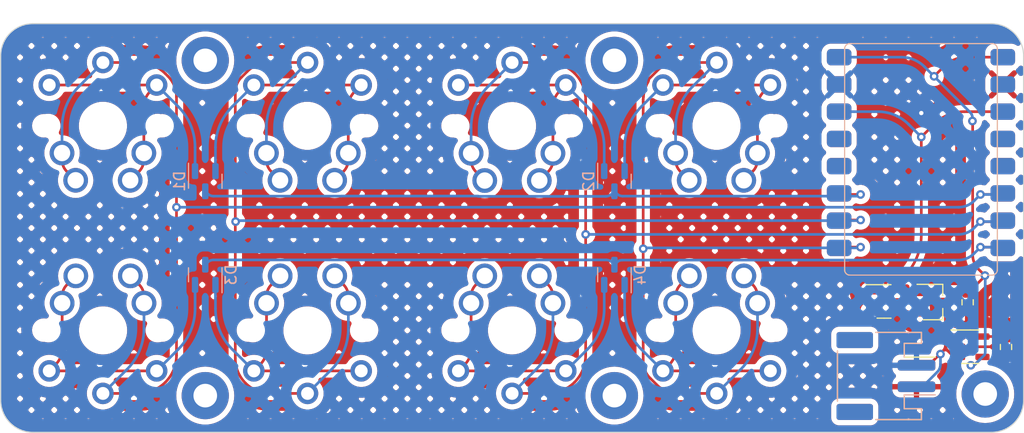
<source format=kicad_pcb>
(kicad_pcb (version 20221018) (generator pcbnew)
  (layers (0 "F.Cu" signal) (31 "B.Cu" signal) (34 "B.Paste" user) (35 "F.Paste" user) (36 "B.SilkS" user "B.Silkscreen") (37 "F.SilkS" user "F.Silkscreen") (38 "B.Mask" user) (39 "F.Mask" user) (44 "Edge.Cuts" user))
  (net 0 "")
  (net 1 "GND")
  (net 2 "+3.3V")
  (net 10 "Net-(D1-A-Pad1)")
  (net 11 "Net-(D1-A-Pad2)")
  (net 12 "Net-(D2-A-Pad1)")
  (net 13 "Net-(D2-A-Pad2)")
  (net 14 "Net-(D3-A-Pad1)")
  (net 15 "Net-(D3-A-Pad2)")
  (net 16 "Net-(D4-A-Pad1)")
  (net 17 "Net-(D4-A-Pad2)")
  (net 18 "c1")
  (net 19 "c2")
  (net 20 "c3")
  (net 21 "c4")
  (net 22 "r1")
  (net 23 "r2")
  (net 31 "+BATT")
  (net 33 "+5V")
  (net 34 "Net-(U3-PROG)")
  (net 35 "Net-(Q1-S)")
  (footprint "PCM_marbastlib-xp-choc:SW_choc_Reversible_1u" (layer "F.Cu") (at 72.625 53.575)
    (fp_text reference "SW7" hide)
    (fp_text value "SW_Push" hide)
  )
  (footprint "PCM_marbastlib-xp-mx:SW_MX_Reversible_1u" (layer "F.Cu") (at 34.525 34.525 180)
    (fp_text reference "SW9" hide)
    (fp_text value "SW_Push" hide)
  )
  (footprint "Package_TO_SOT_SMD:SOT-23-5" (layer "F.Cu") (at 115.288576 55.123392)
    (fp_text reference "U3" hide)
    (fp_text value "MCP73831T-2ACI/OT" hide)
  )
  (footprint "MountingHole:MountingHole_2.2mm_M2_Pad" (layer "F.Cu") (at 116.681152 59.5312)
    (fp_text reference "REF**" hide)
    (fp_text value "MountingHole_2.2mm_M2_Pad" hide)
  )
  (footprint "PCM_marbastlib-xp-mx:SW_MX_Reversible_1u" (layer "F.Cu") (at 53.558232 34.528096 180)
    (fp_text reference "SW10" hide)
    (fp_text value "SW_Push" hide)
  )
  (footprint "PCM_marbastlib-xp-mx:SW_MX_Reversible_1u" (layer "F.Cu") (at 34.53802 53.597928)
    (fp_text reference "SW13" hide)
    (fp_text value "SW_Push" hide)
  )
  (footprint "PCM_marbastlib-xp-choc:SW_choc_Reversible_1u" (layer "F.Cu") (at 91.675 53.575)
    (fp_text reference "SW8" hide)
    (fp_text value "SW_Push" hide)
  )
  (footprint "PCM_marbastlib-xp-mx:SW_MX_Reversible_1u" (layer "F.Cu") (at 91.6582 34.528096 180)
    (fp_text reference "SW12" hide)
    (fp_text value "SW_Push" hide)
  )
  (footprint "Connector_JST:JST_PH_S2B-PH-SM4-TB_1x02-1MP_P2.00mm_Horizontal" (layer "F.Cu") (at 107.431548 57.852296 -90)
    (fp_text reference "BT1" hide)
    (fp_text value "S2B-ZR-SM4A-TF" hide)
  )
  (footprint "PCM_marbastlib-xp-mx:SW_MX_Reversible_1u" (layer "F.Cu") (at 53.568156 53.597928)
    (fp_text reference "SW14" hide)
    (fp_text value "SW_Push" hide)
  )
  (footprint "PCM_marbastlib-xp-choc:SW_choc_Reversible_1u" (layer "F.Cu") (at 72.625 34.525 180)
    (fp_text reference "SW3" hide)
    (fp_text value "SW_Push" hide)
  )
  (footprint "PCM_marbastlib-xp-choc:SW_choc_Reversible_1u" (layer "F.Cu") (at 34.525 34.525 180)
    (fp_text reference "SW1" hide)
    (fp_text value "SW_Push" hide)
  )
  (footprint "PCM_marbastlib-xp-mx:SW_MX_Reversible_1u" (layer "F.Cu") (at 72.61814 53.597928)
    (fp_text reference "SW15" hide)
    (fp_text value "SW_Push" hide)
  )
  (footprint "PCM_marbastlib-xp-mx:SW_MX_Reversible_1u" (layer "F.Cu") (at 91.668124 53.597928)
    (fp_text reference "SW16" hide)
    (fp_text value "SW_Push" hide)
  )
  (footprint "Resistor_SMD:R_0603_1608Metric" (layer "F.Cu") (at 115.044044 50.980036 90)
    (fp_text reference "R2" hide)
    (fp_text value "100K" hide)
  )
  (footprint "Resistor_SMD:R_0603_1608Metric" (layer "F.Cu") (at 118.615916 55.14722 90)
    (fp_text reference "R1" hide)
    (fp_text value "2K" hide)
  )
  (footprint "PCM_marbastlib-xp-mx:SW_MX_Reversible_1u" (layer "F.Cu") (at 72.61814 34.547944 180)
    (fp_text reference "SW11" hide)
    (fp_text value "SW_Push" hide)
  )
  (footprint "Package_TO_SOT_SMD:SOT-23" (layer "F.Cu") (at 107.260456 50.899176)
    (fp_text reference "U4" hide)
    (fp_text value "AP2127N-3.3" hide)
  )
  (footprint "PCM_marbastlib-xp-choc:SW_choc_Reversible_1u" (layer "F.Cu") (at 53.575 34.525 180)
    (fp_text reference "SW2" hide)
    (fp_text value "SW_Push" hide)
  )
  (footprint "PCM_marbastlib-xp-choc:SW_choc_Reversible_1u" (layer "F.Cu") (at 91.675 34.525 180)
    (fp_text reference "SW4" hide)
    (fp_text value "SW_Push" hide)
  )
  (footprint "MountingHole:MountingHole_2.2mm_M2_Pad" (layer "F.Cu") (at 82.153056 28.426148)
    (fp_text reference "REF**" hide)
    (fp_text value "MountingHole_2.2mm_M2_Pad" hide)
  )
  (footprint "MountingHole:MountingHole_2.2mm_M2_Pad" (layer "F.Cu") (at 44.053088 28.426148)
    (fp_text reference "REF**" hide)
    (fp_text value "MountingHole_2.2mm_M2_Pad" hide)
  )
  (footprint "PCM_marbastlib-xp-choc:SW_choc_Reversible_1u" (layer "F.Cu") (at 53.575 53.575)
    (fp_text reference "SW6" hide)
    (fp_text value "SW_Push" hide)
  )
  (footprint "MountingHole:MountingHole_2.2mm_M2_Pad" (layer "F.Cu") (at 82.153056 59.680028)
    (fp_text reference "REF**" hide)
    (fp_text value "MountingHole_2.2mm_M2_Pad" hide)
  )
  (footprint "custom:esp32-c3 superMini" (layer "F.Cu") (at 110.69826 23.048492)
    (fp_text reference "U1" hide)
    (fp_text value "~" hide)
  )
  (footprint "PCM_marbastlib-xp-choc:SW_choc_Reversible_1u" (layer "F.Cu") (at 34.525 53.575)
    (fp_text reference "SW5" hide)
    (fp_text value "SW_Push" hide)
  )
  (footprint "MountingHole:MountingHole_2.2mm_M2_Pad" (layer "F.Cu") (at 44.053088 59.680028)
    (fp_text reference "REF**" hide)
    (fp_text value "MountingHole_2.2mm_M2_Pad" hide)
  )
  (footprint "Package_TO_SOT_SMD:SC-59" (layer "F.Cu") (at 111.779204 50.956208)
    (fp_text reference "Q1" hide)
    (fp_text value "DMG3415U-7" hide)
  )
  (footprint "Package_TO_SOT_SMD:SOT-23" (layer "B.Cu") (at 82.153056 48.413632 90)
    (fp_text reference "D4")
    (fp_text value "BAV70")
  )
  (footprint "Package_TO_SOT_SMD:SOT-23" (layer "B.Cu") (at 44.053088 48.413632 90)
    (fp_text reference "D3")
    (fp_text value "BAV70")
  )
  (footprint "Package_TO_SOT_SMD:SOT-23" (layer "B.Cu") (at 82.153056 39.692544 -90)
    (fp_text reference "D2")
    (fp_text value "BAV70")
  )
  (footprint "Package_TO_SOT_SMD:SOT-23" (layer "B.Cu") (at 44.053088 39.692544 -90)
    (fp_text reference "D1")
    (fp_text value "BAV70")
  )
  (footprint "Connector_JST:JST_PH_S2B-PH-SM4-TB_1x02-1MP_P2.00mm_Horizontal" (layer "B.Cu") (at 107.431548 57.852296 90)
    (fp_text reference "BT2" hide)
    (fp_text value "S2B-ZR-SM4A-TF" hide)
  )
  (footprint "custom:esp32-c3 superMini" (layer "B.Cu") (at 110.69826 23.048492 180)
    (fp_text reference "U2" hide)
    (fp_text value "~" hide)
  )
  (gr_arc (start 25.003104 28.003104) (mid 25.881782 25.881782) (end 28.003104 25.003104) (stroke (width 0.1)) (layer "Edge.Cuts"))
  (gr_arc (start 117.253024 25.003104) (mid 119.374344 25.881784) (end 120.253024 28.003104) (stroke (width 0.1)) (layer "Edge.Cuts"))
  (gr_arc (start 28.003104 63.103072) (mid 25.881787 62.22439) (end 25.003104 60.103072) (stroke (width 0.1)) (layer "Edge.Cuts"))
  (gr_line (start 117.253024 63.103072) (end 28.003104 63.103072) (stroke (width 0.1)) (layer "Edge.Cuts"))
  (gr_arc (start 120.253024 60.103072) (mid 119.374344 62.224392) (end 117.253024 63.103072) (stroke (width 0.1)) (layer "Edge.Cuts"))
  (gr_line (start 120.253024 28.003104) (end 120.253024 60.103072) (stroke (width 0.1)) (layer "Edge.Cuts"))
  (gr_line (start 28.003104 25.003104) (end 117.253024 25.003104) (stroke (width 0.1)) (layer "Edge.Cuts"))
  (gr_line (start 25.003104 60.103072) (end 25.003104 28.003104) (stroke (width 0.1)) (layer "Edge.Cuts"))
  (segment (start 118.191502 55.547806) (end 118.615916 55.97222) (width 0.25) (layer "F.Cu") (net 1))
  (segment (start 114.247138 55.123392) (end 114.343201 55.123392) (width 0.25) (layer "F.Cu") (net 1))
  (segment (start 115.044044 51.738191) (end 115.044044 51.649762) (width 0.25) (layer "F.Cu") (net 1))
  (segment (start 111.493985 58.852296) (end 110.281548 58.852296) (width 0.25) (layer "F.Cu") (net 1))
  (segment (start 117.166875 55.123392) (end 114.247138 55.123392) (width 0.25) (layer "F.Cu") (net 1))
  (via (at 110.728032 33.337472) (size 0.8) (drill 0.4) (layers "F.Cu" "B.Cu") (net 1))
  (arc (start 114.343201 55.123392) (mid 114.520702 55.158699) (end 114.67118 55.259245) (width 0.25) (layer "F.Cu") (net 1))
  (arc (start 115.044044 51.738191) (mid 115.056328 51.799947) (end 115.09131 51.852302) (width 0.25) (layer "F.Cu") (net 1))
  (arc (start 117.166875 55.123392) (mid 117.721399 55.233693) (end 118.191502 55.547806) (width 0.25) (layer "F.Cu") (net 1))
  (arc (start 114.247138 55.123392) (mid 114.247138 55.123392) (end 114.247138 55.123392) (width 0.25) (layer "F.Cu") (net 1))
  (arc (start 115.09131 51.852302) (mid 115.126291 51.904656) (end 115.138576 51.966412) (width 0.25) (layer "F.Cu") (net 1))
  (segment (start 110.728032 44.705885) (end 110.728032 35.569892) (width 0.25) (layer "F.Cu") (net 2))
  (segment (start 106.322956 51.60705) (end 106.322956 51.849176) (width 0.25) (layer "F.Cu") (net 2))
  (segment (start 109.134239 48.553641) (end 106.494164 51.193716) (width 0.25) (layer "F.Cu") (net 2))
  (segment (start 111.908732 34.389192) (end 110.728032 35.569892) (width 0.25) (layer "F.Cu") (net 2))
  (segment (start 114.759193 33.208492) (end 118.31826 33.208492) (width 0.25) (layer "F.Cu") (net 2))
  (via (at 110.728032 35.569892) (size 0.8) (drill 0.4) (layers "F.Cu" "B.Cu") (net 2))
  (arc (start 109.134239 48.553641) (mid 110.313818 46.788275) (end 110.728032 44.705885) (width 0.25) (layer "F.Cu") (net 2))
  (arc (start 111.908732 34.389192) (mid 113.216534 33.515345) (end 114.759193 33.208492) (width 0.25) (layer "F.Cu") (net 2))
  (arc (start 106.322956 51.60705) (mid 106.367451 51.383355) (end 106.494164 51.193716) (width 0.25) (layer "F.Cu") (net 2))
  (segment (start 109.547332 34.389192) (end 110.728032 35.569892) (width 0.25) (layer "B.Cu") (net 2))
  (segment (start 106.69687 33.208492) (end 103.07826 33.208492) (width 0.25) (layer "B.Cu") (net 2))
  (arc (start 106.69687 33.208492) (mid 108.239528 33.515345) (end 109.547332 34.389192) (width 0.25) (layer "B.Cu") (net 2))
  (segment (start 39.104271 30.725) (end 29.525 30.725) (width 0.25) (layer "F.Cu") (net 10))
  (segment (start 38.93 31.32) (end 39.2275 31.0225) (width 0.25) (layer "F.Cu") (net 10))
  (segment (start 38.335 37.54125) (end 38.335 37.7) (width 0.25) (layer "F.Cu") (net 10))
  (segment (start 38.335 37.22375) (end 38.335 37.54125) (width 0.25) (layer "F.Cu") (net 10))
  (segment (start 38.335 36.43) (end 38.335 37.065) (width 0.25) (layer "F.Cu") (net 10))
  (segment (start 37.885987 38.784012) (end 37.065 39.605) (width 0.25) (layer "F.Cu") (net 10))
  (segment (start 38.335 36.43) (end 38.335 32.756457) (width 0.25) (layer "F.Cu") (net 10))
  (segment (start 38.335 37.22375) (end 38.335 37.065) (width 0.25) (layer "F.Cu") (net 10))
  (arc (start 38.93 31.32) (mid 38.489635 31.979052) (end 38.335 32.756457) (width 0.25) (layer "F.Cu") (net 10))
  (arc (start 37.885987 38.784012) (mid 38.218305 38.286663) (end 38.335 37.7) (width 0.25) (layer "F.Cu") (net 10))
  (arc (start 39.2275 31.0225) (mid 39.265277 30.83258) (end 39.104271 30.725) (width 0.25) (layer "F.Cu") (net 10))
  (segment (start 43.103088 36.529066) (end 43.103088 38.755044) (width 0.25) (layer "B.Cu") (net 10))
  (segment (start 41.529083 32.729083) (end 39.525 30.725) (width 0.25) (layer "B.Cu") (net 10))
  (arc (start 41.529083 32.729083) (mid 42.694017 34.47253) (end 43.103088 36.529066) (width 0.25) (layer "B.Cu") (net 10))
  (segment (start 56.919219 38.787108) (end 56.098232 39.608096) (width 0.25) (layer "F.Cu") (net 11))
  (segment (start 57.721686 30.725) (end 48.575 30.725) (width 0.25) (layer "F.Cu") (net 11))
  (segment (start 57.368232 37.544346) (end 57.368232 37.703096) (width 0.25) (layer "F.Cu") (net 11))
  (segment (start 57.368232 37.226846) (end 57.368232 37.544346) (width 0.25) (layer "F.Cu") (net 11))
  (segment (start 57.368232 36.433096) (end 57.368232 37.068096) (width 0.25) (layer "F.Cu") (net 11))
  (segment (start 57.368232 36.433096) (end 57.368232 32.785081) (width 0.25) (layer "F.Cu") (net 11))
  (segment (start 57.368232 37.226846) (end 57.368232 37.068096) (width 0.25) (layer "F.Cu") (net 11))
  (arc (start 57.368232 32.785081) (mid 57.525046 31.996722) (end 57.971616 31.328384) (width 0.25) (layer "F.Cu") (net 11))
  (arc (start 57.721686 30.725) (mid 58.048235 30.943193) (end 57.971616 31.328384) (width 0.25) (layer "F.Cu") (net 11))
  (arc (start 56.919219 38.787108) (mid 57.251537 38.289759) (end 57.368232 37.703096) (width 0.25) (layer "F.Cu") (net 11))
  (segment (start 45.003088 36.525978) (end 45.003088 38.755044) (width 0.25) (layer "B.Cu") (net 11))
  (segment (start 46.579275 32.720724) (end 48.575 30.725) (width 0.25) (layer "B.Cu") (net 11))
  (arc (start 46.579275 32.720724) (mid 45.412725 34.466589) (end 45.003088 36.525978) (width 0.25) (layer "B.Cu") (net 11))
  (segment (start 76.778692 30.725) (end 67.625 30.725) (width 0.25) (layer "F.Cu") (net 12))
  (segment (start 76.42814 37.564194) (end 76.42814 37.722944) (width 0.25) (layer "F.Cu") (net 12))
  (segment (start 76.42814 37.246694) (end 76.42814 37.564194) (width 0.25) (layer "F.Cu") (net 12))
  (segment (start 76.42814 37.246694) (end 76.42814 37.087944) (width 0.25) (layer "F.Cu") (net 12))
  (segment (start 76.42814 36.452944) (end 76.42814 37.087944) (width 0.25) (layer "F.Cu") (net 12))
  (segment (start 75.979127 38.806956) (end 75.15814 39.627944) (width 0.25) (layer "F.Cu") (net 12))
  (segment (start 76.42814 36.452944) (end 76.42814 32.768167) (width 0.25) (layer "F.Cu") (net 12))
  (arc (start 77.02657 31.32343) (mid 77.10256 30.941401) (end 76.778692 30.725) (width 0.25) (layer "F.Cu") (net 12))
  (arc (start 76.42814 32.768167) (mid 76.583666 31.986281) (end 77.02657 31.32343) (width 0.25) (layer "F.Cu") (net 12))
  (arc (start 75.979127 38.806956) (mid 76.311445 38.309607) (end 76.42814 37.722944) (width 0.25) (layer "F.Cu") (net 12))
  (segment (start 81.203056 36.52905) (end 81.203056 38.755044) (width 0.25) (layer "B.Cu") (net 12))
  (segment (start 79.62904 32.72904) (end 77.625 30.725) (width 0.25) (layer "B.Cu") (net 12))
  (arc (start 81.203056 36.52905) (mid 80.793982 34.472499) (end 79.62904 32.72904) (width 0.25) (layer "B.Cu") (net 12))
  (segment (start 95.4682 37.703096) (end 95.4682 37.385596) (width 0.25) (layer "F.Cu") (net 13))
  (segment (start 95.4682 35.163096) (end 95.4682 36.433096) (width 0.25) (layer "F.Cu") (net 13))
  (segment (start 95.4682 36.433096) (end 95.4682 36.750596) (width 0.25) (layer "F.Cu") (net 13))
  (segment (start 95.821663 30.725) (end 86.675 30.725) (width 0.25) (layer "F.Cu") (net 13))
  (segment (start 95.4682 36.750596) (end 95.4682 37.385596) (width 0.25) (layer "F.Cu") (net 13))
  (segment (start 95.4682 32.785136) (end 95.4682 35.163096) (width 0.25) (layer "F.Cu") (net 13))
  (segment (start 95.019187 38.787108) (end 94.1982 39.608096) (width 0.25) (layer "F.Cu") (net 13))
  (arc (start 95.821663 30.725) (mid 96.148221 30.943198) (end 96.0716 31.3284) (width 0.25) (layer "F.Cu") (net 13))
  (arc (start 95.4682 32.785136) (mid 95.625018 31.996756) (end 96.0716 31.3284) (width 0.25) (layer "F.Cu") (net 13))
  (arc (start 95.019187 38.787108) (mid 95.351505 38.289759) (end 95.4682 37.703096) (width 0.25) (layer "F.Cu") (net 13))
  (segment (start 84.679232 32.720767) (end 86.675 30.725) (width 0.25) (layer "B.Cu") (net 13))
  (segment (start 83.103056 36.525994) (end 83.103056 38.755044) (width 0.25) (layer "B.Cu") (net 13))
  (arc (start 83.103056 36.525994) (mid 83.51269 34.46662) (end 84.679232 32.720767) (width 0.25) (layer "B.Cu") (net 13))
  (segment (start 49.758156 51.057928) (end 49.758156 50.899178) (width 0.25) (layer "F.Cu") (net 14))
  (segment (start 49.758156 50.581678) (end 49.758156 50.422928) (width 0.25) (layer "F.Cu") (net 14))
  (segment (start 49.758156 50.581678) (end 49.758156 50.899178) (width 0.25) (layer "F.Cu") (net 14))
  (segment (start 50.207168 49.338915) (end 51.028156 48.517928) (width 0.25) (layer "F.Cu") (net 14))
  (segment (start 49.758156 51.057928) (end 49.758156 51.692928) (width 0.25) (layer "F.Cu") (net 14))
  (segment (start 49.758156 51.692928) (end 49.758156 55.355226) (width 0.25) (layer "F.Cu") (net 14))
  (segment (start 49.411617 57.375) (end 58.575 57.375) (width 0.25) (layer "F.Cu") (net 14))
  (arc (start 49.411617 57.375) (mid 49.091457 57.161076) (end 49.166578 56.783422) (width 0.25) (layer "F.Cu") (net 14))
  (arc (start 50.207168 49.338915) (mid 49.87485 49.836264) (end 49.758156 50.422928) (width 0.25) (layer "F.Cu") (net 14))
  (arc (start 49.166578 56.783422) (mid 49.604409 56.12816) (end 49.758156 55.355226) (width 0.25) (layer "F.Cu") (net 14))
  (segment (start 46.577092 55.377092) (end 48.575 57.375) (width 0.25) (layer "B.Cu") (net 14))
  (segment (start 45.003088 51.57711) (end 45.003088 49.351132) (width 0.25) (layer "B.Cu") (net 14))
  (arc (start 46.577092 55.377092) (mid 45.412158 53.633645) (end 45.003088 51.57711) (width 0.25) (layer "B.Cu") (net 14))
  (segment (start 30.375663 57.375) (end 39.525 57.375) (width 0.25) (layer "F.Cu") (net 15))
  (segment (start 30.72802 51.057928) (end 30.72802 51.692928) (width 0.25) (layer "F.Cu") (net 15))
  (segment (start 30.72802 50.422928) (end 30.72802 50.581678) (width 0.25) (layer "F.Cu") (net 15))
  (segment (start 30.72802 55.321316) (end 30.72802 51.692928) (width 0.25) (layer "F.Cu") (net 15))
  (segment (start 30.72802 50.581678) (end 30.72802 50.899178) (width 0.25) (layer "F.Cu") (net 15))
  (segment (start 31.177032 49.338915) (end 31.99802 48.517928) (width 0.25) (layer "F.Cu") (net 15))
  (segment (start 30.72802 51.057928) (end 30.72802 50.899178) (width 0.25) (layer "F.Cu") (net 15))
  (arc (start 30.12651 56.77349) (mid 30.050128 57.157484) (end 30.375663 57.375) (width 0.25) (layer "F.Cu") (net 15))
  (arc (start 30.72802 50.422928) (mid 30.844714 49.836264) (end 31.177032 49.338915) (width 0.25) (layer "F.Cu") (net 15))
  (arc (start 30.12651 56.77349) (mid 30.571692 56.107226) (end 30.72802 55.321316) (width 0.25) (layer "F.Cu") (net 15))
  (segment (start 41.531267 55.368732) (end 39.525 57.375) (width 0.25) (layer "B.Cu") (net 15))
  (segment (start 43.103088 51.574022) (end 43.103088 49.351132) (width 0.25) (layer "B.Cu") (net 15))
  (arc (start 43.103088 51.574022) (mid 42.694585 53.627704) (end 41.531267 55.368732) (width 0.25) (layer "B.Cu") (net 15))
  (segment (start 87.858124 50.899178) (end 87.858124 51.057928) (width 0.25) (layer "F.Cu") (net 16))
  (segment (start 87.858124 50.422928) (end 87.858124 50.581678) (width 0.25) (layer "F.Cu") (net 16))
  (segment (start 87.858124 55.35528) (end 87.858124 51.692928) (width 0.25) (layer "F.Cu") (net 16))
  (segment (start 87.858124 51.057928) (end 87.858124 51.692928) (width 0.25) (layer "F.Cu") (net 16))
  (segment (start 87.511595 57.375) (end 96.675 57.375) (width 0.25) (layer "F.Cu") (net 16))
  (segment (start 87.858124 50.581678) (end 87.858124 50.899178) (width 0.25) (layer "F.Cu") (net 16))
  (segment (start 88.307136 49.338915) (end 89.128124 48.517928) (width 0.25) (layer "F.Cu") (net 16))
  (arc (start 87.511595 57.375) (mid 87.191443 57.161081) (end 87.266562 56.783438) (width 0.25) (layer "F.Cu") (net 16))
  (arc (start 87.858124 50.422928) (mid 87.974818 49.836264) (end 88.307136 49.338915) (width 0.25) (layer "F.Cu") (net 16))
  (arc (start 87.266562 56.783438) (mid 87.704382 56.128193) (end 87.858124 55.35528) (width 0.25) (layer "F.Cu") (net 16))
  (segment (start 83.103056 51.577094) (end 83.103056 49.351132) (width 0.25) (layer "B.Cu") (net 16))
  (segment (start 84.677048 55.377048) (end 86.675 57.375) (width 0.25) (layer "B.Cu") (net 16))
  (arc (start 83.103056 51.577094) (mid 83.512123 53.633614) (end 84.677048 55.377048) (width 0.25) (layer "B.Cu") (net 16))
  (segment (start 68.80814 50.581678) (end 68.80814 50.422928) (width 0.25) (layer "F.Cu") (net 17))
  (segment (start 68.80814 50.581678) (end 68.80814 50.899178) (width 0.25) (layer "F.Cu") (net 17))
  (segment (start 69.257152 49.338915) (end 70.07814 48.517928) (width 0.25) (layer "F.Cu") (net 17))
  (segment (start 68.80814 51.057928) (end 68.80814 50.899178) (width 0.25) (layer "F.Cu") (net 17))
  (segment (start 68.80814 51.692928) (end 68.80814 55.355253) (width 0.25) (layer "F.Cu") (net 17))
  (segment (start 67.920785 57.079215) (end 68.21657 56.78343) (width 0.25) (layer "F.Cu") (net 17))
  (segment (start 68.043303 57.375) (end 77.625 57.375) (width 0.25) (layer "F.Cu") (net 17))
  (segment (start 68.80814 51.057928) (end 68.80814 51.692928) (width 0.25) (layer "F.Cu") (net 17))
  (arc (start 68.21657 56.78343) (mid 68.654395 56.128176) (end 68.80814 55.355253) (width 0.25) (layer "F.Cu") (net 17))
  (arc (start 69.257152 49.338915) (mid 68.924834 49.836264) (end 68.80814 50.422928) (width 0.25) (layer "F.Cu") (net 17))
  (arc (start 68.043303 57.375) (mid 67.883225 57.268039) (end 67.920785 57.079215) (width 0.25) (layer "F.Cu") (net 17))
  (segment (start 81.203056 51.574038) (end 81.203056 49.351132) (width 0.25) (layer "B.Cu") (net 17))
  (segment (start 79.631224 55.368775) (end 77.625 57.375) (width 0.25) (layer "B.Cu") (net 17))
  (arc (start 79.631224 55.368775) (mid 80.79455 53.627735) (end 81.203056 51.574038) (width 0.25) (layer "B.Cu") (net 17))
  (segment (start 38.34802 50.422928) (end 38.34802 51.057928) (width 0.25) (layer "F.Cu") (net 18))
  (segment (start 30.715 37.7) (end 30.715 37.065) (width 0.25) (layer "F.Cu") (net 18))
  (segment (start 37.899007 49.338915) (end 37.07802 48.517928) (width 0.25) (layer "F.Cu") (net 18))
  (segment (start 41.374184 42.118324) (end 41.374184 55.932154) (width 0.25) (layer "F.Cu") (net 18))
  (segment (start 31.164012 38.784012) (end 31.985 39.605) (width 0.25) (layer "F.Cu") (net 18))
  (segment (start 41.374184 31.837728) (end 41.374184 42.118324) (width 0.25) (layer "F.Cu") (net 18))
  (segment (start 118.148901 40.9277) (end 116.234668 40.9277) (width 0.25) (layer "F.Cu") (net 18))
  (segment (start 40.569938 29.896105) (end 40.336508 29.662675) (width 0.25) (layer "F.Cu") (net 18))
  (segment (start 37.831338 28.625) (end 34.525 28.625) (width 0.25) (layer "F.Cu") (net 18))
  (segment (start 118.268656 40.878096) (end 118.31826 40.828492) (width 0.25) (layer "F.Cu") (net 18))
  (segment (start 37.831338 59.475) (end 34.525 59.475) (width 0.25) (layer "F.Cu") (net 18))
  (via (at 41.374184 42.118324) (size 0.8) (drill 0.4) (layers "F.Cu" "B.Cu") (net 18))
  (via (at 116.234668 40.9277) (size 0.8) (drill 0.4) (layers "F.Cu" "B.Cu") (net 18))
  (arc (start 37.831338 59.475) (mid 39.187126 59.205316) (end 40.336508 58.437324) (width 0.25) (layer "F.Cu") (net 18))
  (arc (start 37.831338 28.625) (mid 39.187126 28.894682) (end 40.336508 29.662675) (width 0.25) (layer "F.Cu") (net 18))
  (arc (start 40.569938 29.896105) (mid 41.165167 30.786929) (end 41.374184 31.837728) (width 0.25) (layer "F.Cu") (net 18))
  (arc (start 37.899007 49.338915) (mid 38.231325 49.836264) (end 38.34802 50.422928) (width 0.25) (layer "F.Cu") (net 18))
  (arc (start 118.268656 40.878096) (mid 118.213712 40.914808) (end 118.148901 40.9277) (width 0.25) (layer "F.Cu") (net 18))
  (arc (start 31.164012 38.784012) (mid 30.831694 38.286663) (end 30.715 37.7) (width 0.25) (layer "F.Cu") (net 18))
  (arc (start 40.336508 58.437324) (mid 41.1045 57.287942) (end 41.374184 55.932154) (width 0.25) (layer "F.Cu") (net 18))
  (segment (start 118.268656 40.878096) (end 118.31826 40.828492) (width 0.25) (layer "B.Cu") (net 18))
  (segment (start 36.754227 57.245772) (end 34.525 59.475) (width 0.25) (layer "B.Cu") (net 18))
  (segment (start 38.34802 53.398016) (end 38.34802 51.057928) (width 0.25) (layer "B.Cu") (net 18))
  (segment (start 114.202145 42.118324) (end 41.374184 42.118324) (width 0.25) (layer "B.Cu") (net 18))
  (segment (start 116.234668 40.9277) (end 115.639356 41.523012) (width 0.25) (layer "B.Cu") (net 18))
  (segment (start 30.715 34.688963) (end 30.715 37.065) (width 0.25) (layer "B.Cu") (net 18))
  (segment (start 118.148901 40.9277) (end 116.234668 40.9277) (width 0.25) (layer "B.Cu") (net 18))
  (segment (start 32.308792 30.841207) (end 34.525 28.625) (width 0.25) (layer "B.Cu") (net 18))
  (arc (start 38.34802 53.398016) (mid 37.933806 55.480406) (end 36.754227 57.245772) (width 0.25) (layer "B.Cu") (net 18))
  (arc (start 114.202145 42.118324) (mid 114.979958 41.963607) (end 115.639356 41.523012) (width 0.25) (layer "B.Cu") (net 18))
  (arc (start 118.268656 40.878096) (mid 118.213712 40.914808) (end 118.148901 40.9277) (width 0.25) (layer "B.Cu") (net 18))
  (arc (start 32.308792 30.841207) (mid 31.129213 32.606572) (end 30.715 34.688963) (width 0.25) (layer "B.Cu") (net 18))
  (segment (start 47.961444 29.464722) (end 47.422007 30.004159) (width 0.25) (layer "F.Cu") (net 19))
  (segment (start 105.072568 43.308948) (end 103.179907 43.308948) (width 0.25) (layer "F.Cu") (net 19))
  (segment (start 46.88082 43.457776) (end 46.86541 43.473186) (width 0.25) (layer "F.Cu") (net 19))
  (segment (start 56.929143 49.338915) (end 56.108156 48.517928) (width 0.25) (layer "F.Cu") (net 19))
  (segment (start 46.85 43.405162) (end 46.85 31.385107) (width 0.25) (layer "F.Cu") (net 19))
  (segment (start 46.88082 43.457776) (end 46.86541 43.442366) (width 0.25) (layer "F.Cu") (net 19))
  (segment (start 46.85 56.215477) (end 46.85 43.510389) (width 0.25) (layer "F.Cu") (net 19))
  (segment (start 103.108032 43.33872) (end 103.07826 43.368492) (width 0.25) (layer "F.Cu") (net 19))
  (segment (start 50.197244 38.787108) (end 51.018232 39.608096) (width 0.25) (layer "F.Cu") (net 19))
  (segment (start 49.988713 28.625) (end 53.575 28.625) (width 0.25) (layer "F.Cu") (net 19))
  (segment (start 57.378156 50.422928) (end 57.378156 51.057928) (width 0.25) (layer "F.Cu") (net 19))
  (segment (start 50.109522 59.475) (end 53.575 59.475) (width 0.25) (layer "F.Cu") (net 19))
  (segment (start 49.748232 37.703096) (end 49.748232 37.068096) (width 0.25) (layer "F.Cu") (net 19))
  (via (at 105.072568 43.308948) (size 0.8) (drill 0.4) (layers "F.Cu" "B.Cu") (net 19))
  (via (at 46.88082 43.457776) (size 0.8) (drill 0.4) (layers "F.Cu" "B.Cu") (net 19))
  (arc (start 46.85 43.405162) (mid 46.854004 43.425296) (end 46.86541 43.442366) (width 0.25) (layer "F.Cu") (net 19))
  (arc (start 47.961444 29.464722) (mid 48.891563 28.843237) (end 49.988713 28.625) (width 0.25) (layer "F.Cu") (net 19))
  (arc (start 46.85 56.215477) (mid 47.098116 57.462842) (end 47.804692 58.520308) (width 0.25) (layer "F.Cu") (net 19))
  (arc (start 103.108032 43.33872) (mid 103.141008 43.316685) (end 103.179907 43.308948) (width 0.25) (layer "F.Cu") (net 19))
  (arc (start 46.85 43.510389) (mid 46.854004 43.490254) (end 46.86541 43.473186) (width 0.25) (layer "F.Cu") (net 19))
  (arc (start 49.748232 37.703096) (mid 49.864926 38.289759) (end 50.197244 38.787108) (width 0.25) (layer "F.Cu") (net 19))
  (arc (start 46.85 31.385107) (mid 46.99866 30.637743) (end 47.422007 30.004159) (width 0.25) (layer "F.Cu") (net 19))
  (arc (start 50.109522 59.475) (mid 48.862157 59.226883) (end 47.804692 58.520308) (width 0.25) (layer "F.Cu") (net 19))
  (arc (start 56.929143 49.338915) (mid 57.261461 49.836264) (end 57.378156 50.422928) (width 0.25) (layer "F.Cu") (net 19))
  (segment (start 57.378156 53.41788) (end 57.378156 51.057928) (width 0.25) (layer "B.Cu") (net 19))
  (segment (start 104.97092 43.368492) (end 46.821276 43.368492) (width 0.25) (layer "B.Cu") (net 19))
  (segment (start 51.342024 30.857975) (end 53.575 28.625) (width 0.25) (layer "B.Cu") (net 19))
  (segment (start 55.784363 57.265636) (end 53.575 59.475) (width 0.25) (layer "B.Cu") (net 19))
  (segment (start 49.748232 34.705731) (end 49.748232 37.068096) (width 0.25) (layer "B.Cu") (net 19))
  (segment (start 105.072568 43.308948) (end 105.042796 43.33872) (width 0.25) (layer "B.Cu") (net 19))
  (arc (start 51.342024 30.857975) (mid 50.162445 32.62334) (end 49.748232 34.705731) (width 0.25) (layer "B.Cu") (net 19))
  (arc (start 105.042796 43.33872) (mid 105.009819 43.360754) (end 104.97092 43.368492) (width 0.25) (layer "B.Cu") (net 19))
  (arc (start 57.378156 53.41788) (mid 56.963942 55.50027) (end 55.784363 57.265636) (width 0.25) (layer "B.Cu") (net 19))
  (segment (start 69.257152 38.806956) (end 70.07814 39.627944) (width 0.25) (layer "F.Cu") (net 20))
  (segment (start 68.80814 37.722944) (end 68.80814 37.087944) (width 0.25) (layer "F.Cu") (net 20))
  (segment (start 118.273618 43.413134) (end 118.31826 43.368492) (width 0.25) (layer "F.Cu") (net 20))
  (segment (start 79.474152 55.932208) (end 79.474152 44.6484) (width 0.25) (layer "F.Cu") (net 20))
  (segment (start 79.474152 32.096517) (end 79.474152 44.6484) (width 0.25) (layer "F.Cu") (net 20))
  (segment (start 116.234668 43.457776) (end 118.165842 43.457776) (width 0.25) (layer "F.Cu") (net 20))
  (segment (start 76.42814 50.422928) (end 76.42814 51.057928) (width 0.25) (layer "F.Cu") (net 20))
  (segment (start 75.979127 49.338915) (end 75.15814 48.517928) (width 0.25) (layer "F.Cu") (net 20))
  (segment (start 75.93136 59.475) (end 72.625 59.475) (width 0.25) (layer "F.Cu") (net 20))
  (segment (start 76.002634 28.625) (end 72.625 28.625) (width 0.25) (layer "F.Cu") (net 20))
  (via (at 79.474152 44.6484) (size 0.8) (drill 0.4) (layers "F.Cu" "B.Cu") (net 20))
  (via (at 116.234668 43.457776) (size 0.8) (drill 0.4) (layers "F.Cu" "B.Cu") (net 20))
  (arc (start 78.436492 58.43734) (mid 77.287127 59.20532) (end 75.93136 59.475) (width 0.25) (layer "F.Cu") (net 20))
  (arc (start 118.273618 43.413134) (mid 118.22417 43.446173) (end 118.165842 43.457776) (width 0.25) (layer "F.Cu") (net 20))
  (arc (start 78.436492 58.43734) (mid 79.204472 57.287975) (end 79.474152 55.932208) (width 0.25) (layer "F.Cu") (net 20))
  (arc (start 78.457368 29.641784) (mid 77.331126 28.889253) (end 76.002634 28.625) (width 0.25) (layer "F.Cu") (net 20))
  (arc (start 68.80814 37.722944) (mid 68.924834 38.309607) (end 69.257152 38.806956) (width 0.25) (layer "F.Cu") (net 20))
  (arc (start 78.457368 29.641784) (mid 79.209898 30.768025) (end 79.474152 32.096517) (width 0.25) (layer "F.Cu") (net 20))
  (arc (start 76.42814 50.422928) (mid 76.311445 49.836264) (end 75.979127 49.338915) (width 0.25) (layer "F.Cu") (net 20))
  (segment (start 74.834347 57.265652) (end 72.625 59.475) (width 0.25) (layer "B.Cu") (net 20))
  (segment (start 116.234668 43.457776) (end 115.639356 44.053088) (width 0.25) (layer "B.Cu") (net 20))
  (segment (start 118.273618 43.413134) (end 118.31826 43.368492) (width 0.25) (layer "B.Cu") (net 20))
  (segment (start 76.42814 53.417896) (end 76.42814 51.057928) (width 0.25) (layer "B.Cu") (net 20))
  (segment (start 116.234668 43.457776) (end 118.165842 43.457776) (width 0.25) (layer "B.Cu") (net 20))
  (segment (start 114.202145 44.6484) (end 79.474152 44.6484) (width 0.25) (layer "B.Cu") (net 20))
  (segment (start 68.80814 34.695823) (end 68.80814 37.087944) (width 0.25) (layer "B.Cu") (net 20))
  (segment (start 70.401932 30.848067) (end 72.625 28.625) (width 0.25) (layer "B.Cu") (net 20))
  (arc (start 70.401932 30.848067) (mid 69.222353 32.613432) (end 68.80814 34.695823) (width 0.25) (layer "B.Cu") (net 20))
  (arc (start 76.42814 53.417896) (mid 76.013926 55.500286) (end 74.834347 57.265652) (width 0.25) (layer "B.Cu") (net 20))
  (arc (start 118.273618 43.413134) (mid 118.22417 43.446173) (end 118.165842 43.457776) (width 0.25) (layer "B.Cu") (net 20))
  (arc (start 114.202145 44.6484) (mid 114.979958 44.493683) (end 115.639356 44.053088) (width 0.25) (layer "B.Cu") (net 20))
  (segment (start 95.478124 50.422928) (end 95.478124 51.057928) (width 0.25) (layer "F.Cu") (net 21))
  (segment (start 103.112994 45.873758) (end 103.07826 45.908492) (width 0.25) (layer "F.Cu") (net 21))
  (segment (start 85.384466 30.1417) (end 86.116888 29.409277) (width 0.25) (layer "F.Cu") (net 21))
  (segment (start 103.196849 45.839024) (end 105.072568 45.839024) (width 0.25) (layer "F.Cu") (net 21))
  (segment (start 88.010282 59.475) (end 91.675 59.475) (width 0.25) (layer "F.Cu") (net 21))
  (segment (start 88.010303 28.625) (end 91.675 28.625) (width 0.25) (layer "F.Cu") (net 21))
  (segment (start 85.250852 30.49318) (end 85.29804 30.404901) (width 0.25) (layer "F.Cu") (net 21))
  (segment (start 86.116904 58.690737) (end 85.474432 58.048265) (width 0.25) (layer "F.Cu") (net 21))
  (segment (start 95.029111 49.338915) (end 94.208124 48.517928) (width 0.25) (layer "F.Cu") (net 21))
  (segment (start 84.83196 45.987852) (end 84.83196 56.4972) (width 0.25) (layer "F.Cu") (net 21))
  (segment (start 87.8482 37.703096) (end 87.8482 37.068096) (width 0.25) (layer "F.Cu") (net 21))
  (segment (start 84.83196 45.987852) (end 84.83196 32.244079) (width 0.25) (layer "F.Cu") (net 21))
  (segment (start 84.84248 31.897617) (end 84.85098 31.811325) (width 0.25) (layer "F.Cu") (net 21))
  (segment (start 88.297212 38.787108) (end 89.1182 39.608096) (width 0.25) (layer "F.Cu") (net 21))
  (via (at 105.072568 45.839024) (size 0.8) (drill 0.4) (layers "F.Cu" "B.Cu") (net 21))
  (via (at 84.83196 45.987852) (size 0.8) (drill 0.4) (layers "F.Cu" "B.Cu") (net 21))
  (arc (start 86.116888 29.409277) (mid 86.985594 28.828826) (end 88.010303 28.625) (width 0.25) (layer "F.Cu") (net 21))
  (arc (start 88.010282 59.475) (mid 86.985593 59.271176) (end 86.116904 58.690737) (width 0.25) (layer "F.Cu") (net 21))
  (arc (start 88.297212 38.787108) (mid 87.964894 38.289759) (end 87.8482 37.703096) (width 0.25) (layer "F.Cu") (net 21))
  (arc (start 85.250852 30.49318) (mid 85.172943 30.647954) (end 85.102723 30.806364) (width 0.25) (layer "F.Cu") (net 21))
  (arc (start 84.83196 32.244079) (mid 84.832212 32.157358) (end 84.832969 32.07064) (width 0.25) (layer "F.Cu") (net 21))
  (arc (start 84.85098 31.811325) (mid 84.872193 31.639351) (end 84.901819 31.468626) (width 0.25) (layer "F.Cu") (net 21))
  (arc (start 103.112994 45.873758) (mid 103.151467 45.848051) (end 103.196849 45.839024) (width 0.25) (layer "F.Cu") (net 21))
  (arc (start 95.478124 50.422928) (mid 95.361429 49.836264) (end 95.029111 49.338915) (width 0.25) (layer "F.Cu") (net 21))
  (arc (start 84.84248 31.897617) (mid 84.835852 31.984025) (end 84.832969 32.07064) (width 0.25) (layer "F.Cu") (net 21))
  (arc (start 84.901819 31.468626) (mid 84.939786 31.299559) (end 84.986004 31.13256) (width 0.25) (layer "F.Cu") (net 21))
  (arc (start 85.384466 30.1417) (mid 85.346087 30.199138) (end 85.332611 30.266891) (width 0.25) (layer "F.Cu") (net 21))
  (arc (start 84.83196 56.4972) (mid 84.998933 57.33663) (end 85.474432 58.048265) (width 0.25) (layer "F.Cu") (net 21))
  (arc (start 85.102723 30.806364) (mid 85.040359 30.968029) (end 84.986004 31.13256) (width 0.25) (layer "F.Cu") (net 21))
  (arc (start 85.332611 30.266891) (mid 85.323836 30.338028) (end 85.29804 30.404901) (width 0.25) (layer "F.Cu") (net 21))
  (segment (start 84.967435 45.908492) (end 104.953978 45.908492) (width 0.25) (layer "B.Cu") (net 21))
  (segment (start 93.884331 57.265668) (end 91.675 59.475) (width 0.25) (layer "B.Cu") (net 21))
  (segment (start 87.8482 34.705763) (end 87.8482 37.068096) (width 0.25) (layer "B.Cu") (net 21))
  (segment (start 89.441992 30.858007) (end 91.675 28.625) (width 0.25) (layer "B.Cu") (net 21))
  (segment (start 84.87164 45.948172) (end 84.83196 45.987852) (width 0.25) (layer "B.Cu") (net 21))
  (segment (start 105.037834 45.873758) (end 105.072568 45.839024) (width 0.25) (layer "B.Cu") (net 21))
  (segment (start 95.478124 53.417912) (end 95.478124 51.057928) (width 0.25) (layer "B.Cu") (net 21))
  (arc (start 95.478124 53.417912) (mid 95.06391 55.500302) (end 93.884331 57.265668) (width 0.25) (layer "B.Cu") (net 21))
  (arc (start 105.037834 45.873758) (mid 104.99936 45.899464) (end 104.953978 45.908492) (width 0.25) (layer "B.Cu") (net 21))
  (arc (start 84.87164 45.948172) (mid 84.915595 45.918823) (end 84.967435 45.908492) (width 0.25) (layer "B.Cu") (net 21))
  (arc (start 89.441992 30.858007) (mid 88.262413 32.623372) (end 87.8482 34.705763) (width 0.25) (layer "B.Cu") (net 21))
  (segment (start 103.127864 40.878096) (end 103.07826 40.828492) (width 0.25) (layer "F.Cu") (net 22))
  (segment (start 105.072568 40.9277) (end 103.247618 40.9277) (width 0.25) (layer "F.Cu") (net 22))
  (via (at 105.072568 40.9277) (size 0.8) (drill 0.4) (layers "F.Cu" "B.Cu") (net 22))
  (arc (start 103.127864 40.878096) (mid 103.182807 40.914808) (end 103.247618 40.9277) (width 0.25) (layer "F.Cu") (net 22))
  (segment (start 81.345765 41.102944) (end 69.485852 41.102944) (width 0.25) (layer "B.Cu") (net 22))
  (segment (start 82.926464 41.083096) (end 104.80729 41.083096) (width 0.25) (layer "B.Cu") (net 22))
  (segment (start 105.072568 40.9277) (end 104.99487 41.005398) (width 0.25) (layer "B.Cu") (net 22))
  (segment (start 44.826496 41.083096) (end 56.704553 41.083096) (width 0.25) (layer "B.Cu") (net 22))
  (segment (start 82.039793 40.743307) (end 81.916606 40.866494) (width 0.25) (layer "B.Cu") (net 22))
  (segment (start 44.279614 40.85657) (end 44.053088 40.630044) (width 0.25) (layer "B.Cu") (net 22))
  (segment (start 82.379582 40.85657) (end 82.266319 40.743307) (width 0.25) (layer "B.Cu") (net 22))
  (segment (start 56.72041 41.076528) (end 69.422079 41.076528) (width 0.25) (layer "B.Cu") (net 22))
  (arc (start 56.72041 41.076528) (mid 56.716119 41.077381) (end 56.712482 41.079812) (width 0.25) (layer "B.Cu") (net 22))
  (arc (start 69.453966 41.089736) (mid 69.439336 41.07996) (end 69.422079 41.076528) (width 0.25) (layer "B.Cu") (net 22))
  (arc (start 56.712482 41.079812) (mid 56.708844 41.082242) (end 56.704553 41.083096) (width 0.25) (layer "B.Cu") (net 22))
  (arc (start 81.916606 40.866494) (mid 81.654701 41.041492) (end 81.345765 41.102944) (width 0.25) (layer "B.Cu") (net 22))
  (arc (start 82.926464 41.083096) (mid 82.630493 41.024223) (end 82.379582 40.85657) (width 0.25) (layer "B.Cu") (net 22))
  (arc (start 44.279614 40.85657) (mid 44.530525 41.024223) (end 44.826496 41.083096) (width 0.25) (layer "B.Cu") (net 22))
  (arc (start 69.453966 41.089736) (mid 69.468595 41.099511) (end 69.485852 41.102944) (width 0.25) (layer "B.Cu") (net 22))
  (arc (start 82.266319 40.743307) (mid 82.153056 40.696391) (end 82.039793 40.743307) (width 0.25) (layer "B.Cu") (net 22))
  (arc (start 104.99487 41.005398) (mid 104.908807 41.062902) (end 104.80729 41.083096) (width 0.25) (layer "B.Cu") (net 22))
  (segment (start 118.283526 45.873758) (end 118.31826 45.908492) (width 0.25) (layer "F.Cu") (net 23))
  (segment (start 118.19967 45.839024) (end 116.234668 45.839024) (width 0.25) (layer "F.Cu") (net 23))
  (via (at 116.234668 45.839024) (size 0.8) (drill 0.4) (layers "F.Cu" "B.Cu") (net 23))
  (arc (start 118.19967 45.839024) (mid 118.245052 45.848051) (end 118.283526 45.873758) (width 0.25) (layer "F.Cu") (net 23))
  (segment (start 118.283526 45.873758) (end 118.31826 45.908492) (width 0.25) (layer "B.Cu") (net 23))
  (segment (start 44.815283 47.029648) (end 81.39086 47.029648) (width 0.25) (layer "B.Cu") (net 23))
  (segment (start 81.929814 47.25289) (end 82.044755 47.367831) (width 0.25) (layer "B.Cu") (net 23))
  (segment (start 44.27633 47.25289) (end 44.053088 47.476132) (width 0.25) (layer "B.Cu") (net 23))
  (segment (start 116.234668 45.839024) (end 115.632716 46.440976) (width 0.25) (layer "B.Cu") (net 23))
  (segment (start 116.234668 45.839024) (end 118.19967 45.839024) (width 0.25) (layer "B.Cu") (net 23))
  (segment (start 82.892581 47.042928) (end 114.179475 47.042928) (width 0.25) (layer "B.Cu") (net 23))
  (segment (start 82.369658 47.25953) (end 82.261357 47.367831) (width 0.25) (layer "B.Cu") (net 23))
  (arc (start 82.892581 47.042928) (mid 82.609577 47.099221) (end 82.369658 47.25953) (width 0.25) (layer "B.Cu") (net 23))
  (arc (start 44.815283 47.029648) (mid 44.523603 47.087666) (end 44.27633 47.25289) (width 0.25) (layer "B.Cu") (net 23))
  (arc (start 82.044755 47.367831) (mid 82.153056 47.41269) (end 82.261357 47.367831) (width 0.25) (layer "B.Cu") (net 23))
  (arc (start 114.179475 47.042928) (mid 114.965963 46.886485) (end 115.632716 46.440976) (width 0.25) (layer "B.Cu") (net 23))
  (arc (start 118.19967 45.839024) (mid 118.245052 45.848051) (end 118.283526 45.873758) (width 0.25) (layer "B.Cu") (net 23))
  (arc (start 81.929814 47.25289) (mid 81.682539 47.087666) (end 81.39086 47.029648) (width 0.25) (layer "B.Cu") (net 23))
  (segment (start 111.812594 56.45238) (end 112.433441 55.831533) (width 0.25) (layer "F.Cu") (net 31))
  (segment (start 113.211822 55.518389) (end 113.630971 55.937538) (width 0.25) (layer "F.Cu") (net 31))
  (segment (start 112.513968 55.8105) (end 112.484221 55.8105) (width 0.25) (layer "F.Cu") (net 31))
  (segment (start 112.979204 54.956799) (end 112.979204 50.956208) (width 0.25) (layer "F.Cu") (net 31))
  (segment (start 113.95895 56.073392) (end 114.151076 56.073392) (width 0.25) (layer "F.Cu") (net 31))
  (segment (start 112.746586 55.518389) (end 112.535001 55.729973) (width 0.25) (layer "F.Cu") (net 31))
  (segment (start 110.847113 56.852296) (end 110.281548 56.852296) (width 0.25) (layer "F.Cu") (net 31))
  (segment (start 112.513968 55.8105) (end 112.513968 55.780753) (width 0.25) (layer "F.Cu") (net 31))
  (via (at 112.513968 55.8105) (size 0.8) (drill 0.4) (layers "F.Cu" "B.Cu") (net 31))
  (arc (start 113.211822 55.518389) (mid 113.039659 55.260729) (end 112.979204 54.956799) (width 0.25) (layer "F.Cu") (net 31))
  (arc (start 113.95895 56.073392) (mid 113.781449 56.038084) (end 113.630971 55.937538) (width 0.25) (layer "F.Cu") (net 31))
  (arc (start 110.847113 56.852296) (mid 111.369627 56.748361) (end 111.812594 56.45238) (width 0.25) (layer "F.Cu") (net 31))
  (arc (start 112.746586 55.518389) (mid 112.979204 55.422035) (end 113.211822 55.518389) (width 0.25) (layer "F.Cu") (net 31))
  (arc (start 112.746586 55.518389) (mid 112.918748 55.260729) (end 112.979204 54.956799) (width 0.25) (layer "F.Cu") (net 31))
  (arc (start 112.484221 55.8105) (mid 112.456739 55.815966) (end 112.433441 55.831533) (width 0.25) (layer "F.Cu") (net 31))
  (arc (start 112.535001 55.729973) (mid 112.519434 55.753271) (end 112.513968 55.780753) (width 0.25) (layer "F.Cu") (net 31))
  (segment (start 110.563134 58.852296) (end 110.281548 58.852296) (width 0.25) (layer "B.Cu") (net 31))
  (segment (start 112.513968 55.8105) (end 112.513968 56.749641) (width 0.25) (layer "B.Cu") (net 31))
  (segment (start 111.043832 58.653184) (end 112.207503 57.489513) (width 0.25) (layer "B.Cu") (net 31))
  (arc (start 111.043832 58.653184) (mid 110.823286 58.800548) (end 110.563134 58.852296) (width 0.25) (layer "B.Cu") (net 31))
  (arc (start 112.513968 56.749641) (mid 112.43432 57.150057) (end 112.207503 57.489513) (width 0.25) (layer "B.Cu") (net 31))
  (segment (start 114.789978 50.006208) (end 110.579204 50.006208) (width 0.25) (layer "F.Cu") (net 33))
  (segment (start 114.967439 28.128492) (end 118.31826 28.128492) (width 0.25) (layer "F.Cu") (net 33))
  (segment (start 115.500098 34.091182) (end 115.490528 34.081612) (width 0.25) (layer "F.Cu") (net 33))
  (segment (start 112.811624 29.02146) (end 111.918656 29.914428) (width 0.25) (layer "F.Cu") (net 33))
  (segment (start 116.081828 47.918604) (end 116.653988 48.490764) (width 0.25) (layer "F.Cu") (net 33))
  (segment (start 115.103763 50.095584) (end 116.634685 48.564661) (width 0.25) (layer "F.Cu") (net 33))
  (segment (start 116.653988 48.490764) (end 116.653773 48.490764) (width 0.25) (layer "F.Cu") (net 33))
  (segment (start 115.3417 56.852296) (end 115.494436 56.852296) (width 0.25) (layer "F.Cu") (net 33))
  (segment (start 115.509668 34.114286) (end 115.509668 46.537287) (width 0.25) (layer "F.Cu") (net 33))
  (segment (start 116.653988 48.490764) (end 116.653988 48.518061) (width 0.25) (layer "F.Cu") (net 33))
  (segment (start 115.755172 56.744295) (end 116.426076 56.073392) (width 0.25) (layer "F.Cu") (net 33))
  (segment (start 116.640687 48.477892) (end 116.653407 48.490612) (width 0.25) (layer "F.Cu") (net 33))
  (via (at 116.653988 48.490764) (size 0.8) (drill 0.4) (layers "F.Cu" "B.Cu") (net 33))
  (via (at 111.918656 29.914428) (size 0.8) (drill 0.4) (layers "F.Cu" "B.Cu") (net 33))
  (via (at 115.3417 56.852296) (size 0.8) (drill 0.4) (layers "F.Cu" "B.Cu") (net 33))
  (via (at 115.490528 34.081612) (size 0.8) (drill 0.4) (layers "F.Cu" "B.Cu") (net 33))
  (arc (start 112.811624 29.02146) (mid 113.80072 28.360566) (end 114.967439 28.128492) (width 0.25) (layer "F.Cu") (net 33))
  (arc (start 115.755172 56.744295) (mid 115.635545 56.824227) (end 115.494436 56.852296) (width 0.25) (layer "F.Cu") (net 33))
  (arc (start 116.634685 48.564661) (mid 116.648971 48.54328) (end 116.653988 48.518061) (width 0.25) (layer "F.Cu") (net 33))
  (arc (start 115.500098 34.091182) (mid 115.50718 34.101782) (end 115.509668 34.114286) (width 0.25) (layer "F.Cu") (net 33))
  (arc (start 116.653407 48.490612) (mid 116.653575 48.490724) (end 116.653773 48.490764) (width 0.25) (layer "F.Cu") (net 33))
  (arc (start 116.640687 48.477892) (mid 116.630814 48.45211) (end 116.626825 48.425186) (width 0.25) (layer "F.Cu") (net 33))
  (arc (start 114.96963 50.080622) (mid 114.887205 50.025547) (end 114.789978 50.006208) (width 0.25) (layer "F.Cu") (net 33))
  (arc (start 115.509668 46.537287) (mid 115.658367 47.28485) (end 116.081828 47.918604) (width 0.25) (layer "F.Cu") (net 33))
  (arc (start 114.96963 50.080622) (mid 115.033729 50.110938) (end 115.103763 50.095584) (width 0.25) (layer "F.Cu") (net 33))
  (segment (start 116.681152 48.537135) (end 116.681152 55.63795) (width 0.25) (layer "B.Cu") (net 33))
  (segment (start 115.490528 33.783956) (end 115.490528 34.081612) (width 0.25) (layer "B.Cu") (net 33))
  (segment (start 111.918656 29.914428) (end 111.025688 29.02146) (width 0.25) (layer "B.Cu") (net 33))
  (segment (start 108.869872 28.128492) (end 103.07826 28.128492) (width 0.25) (layer "B.Cu") (net 33))
  (segment (start 115.493642 56.852296) (end 115.3417 56.852296) (width 0.25) (layer "B.Cu") (net 33))
  (segment (start 116.66757 48.504346) (end 116.653988 48.490764) (width 0.25) (layer "B.Cu") (net 33))
  (segment (start 116.593253 55.904627) (end 115.753023 56.744856) (width 0.25) (layer "B.Cu") (net 33))
  (segment (start 111.918656 29.914428) (end 115.280053 33.275825) (width 0.25) (layer "B.Cu") (net 33))
  (arc (start 115.493642 56.852296) (mid 115.634018 56.824373) (end 115.753023 56.744856) (width 0.25) (layer "B.Cu") (net 33))
  (arc (start 116.66757 48.504346) (mid 116.677622 48.519389) (end 116.681152 48.537135) (width 0.25) (layer "B.Cu") (net 33))
  (arc (start 116.593253 55.904627) (mid 116.658049 55.777918) (end 116.681152 55.63795) (width 0.25) (layer "B.Cu") (net 33))
  (arc (start 108.869872 28.128492) (mid 110.036591 28.360566) (end 111.025688 29.02146) (width 0.25) (layer "B.Cu") (net 33))
  (arc (start 115.490528 33.783956) (mid 115.435827 33.508957) (end 115.280053 33.275825) (width 0.25) (layer "B.Cu") (net 33))
  (segment (start 118.541502 54.247806) (end 118.615916 54.32222) (width 0.25) (layer "F.Cu") (net 34))
  (segment (start 118.36185 54.173392) (end 116.426076 54.173392) (width 0.25) (layer "F.Cu") (net 34))
  (arc (start 118.541502 54.247806) (mid 118.459077 54.192731) (end 118.36185 54.173392) (width 0.25) (layer "F.Cu") (net 34))
  (segment (start 108.719129 51.420349) (end 108.197956 50.899176) (width 0.25) (layer "F.Cu") (net 35))
  (segment (start 109.892096 51.906208) (end 110.579204 51.906208) (width 0.25) (layer "F.Cu") (net 35))
  (arc (start 109.892096 51.906208) (mid 109.25729 51.779937) (end 108.719129 51.420349) (width 0.25) (layer "F.Cu") (net 35))
  (zone (net 1) (net_name "GND") (layers "F&B.Cu") (connect_pads (clearance 0.5)) (min_thickness 0.5) (fill yes (mode hatch) (thermal_gap 0.5) (thermal_bridge_width 0.5) (smoothing fillet) (island_removal_mode 1) (island_area_min 10) (hatch_thickness 1) (hatch_gap 0.5) (hatch_orientation 45) (hatch_smoothing_level 1) (hatch_smoothing_value 0.1) (hatch_border_algorithm hatch_thickness) (hatch_min_hole_area 0.3))
    (polygon (pts (xy 120.253024 25.003104) (xy 25.003104 25.003104) (xy 25.003104 63.103072) (xy 120.253024 63.103072)))
  )
)
</source>
